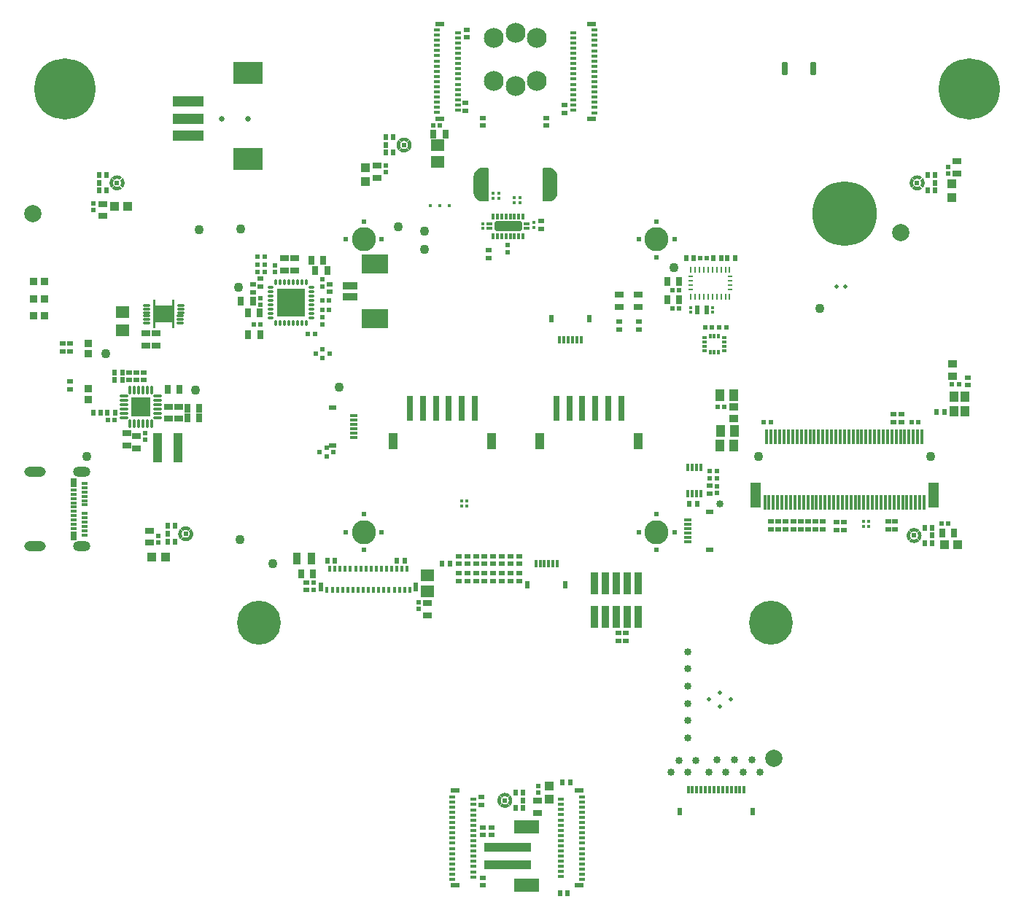
<source format=gbs>
G04*
G04 #@! TF.GenerationSoftware,Altium Limited,Altium Designer,23.5.1 (21)*
G04*
G04 Layer_Color=16711935*
%FSLAX44Y44*%
%MOMM*%
G71*
G04*
G04 #@! TF.SameCoordinates,796DE07C-666B-433A-AA3A-A7060A37A772*
G04*
G04*
G04 #@! TF.FilePolarity,Negative*
G04*
G01*
G75*
%ADD80R,0.6516X0.5516*%
%ADD81R,0.8016X1.0016*%
%ADD84R,0.5516X0.6516*%
G04:AMPARAMS|DCode=86|XSize=0.6516mm|YSize=1.6016mm|CornerRadius=0.1883mm|HoleSize=0mm|Usage=FLASHONLY|Rotation=0.000|XOffset=0mm|YOffset=0mm|HoleType=Round|Shape=RoundedRectangle|*
%AMROUNDEDRECTD86*
21,1,0.6516,1.2250,0,0,0.0*
21,1,0.2750,1.6016,0,0,0.0*
1,1,0.3766,0.1375,-0.6125*
1,1,0.3766,-0.1375,-0.6125*
1,1,0.3766,-0.1375,0.6125*
1,1,0.3766,0.1375,0.6125*
%
%ADD86ROUNDEDRECTD86*%
%ADD87R,0.6216X0.6216*%
%ADD88R,1.6016X1.4016*%
%ADD91R,0.9516X1.4016*%
%ADD94R,1.0016X0.8016*%
%ADD96C,1.1016*%
%ADD97R,0.6216X0.6216*%
%ADD108R,0.4000X0.9000*%
%ADD117C,0.8516*%
%ADD118R,0.4516X0.4516*%
%ADD120R,1.1016X1.0016*%
%ADD128C,2.0000*%
%ADD131R,0.4216X0.4616*%
%ADD133R,1.0516X1.4516*%
%ADD135C,0.5016*%
%ADD136C,0.4516*%
%ADD137O,0.5076X0.5080*%
%ADD138C,0.6016*%
%ADD139C,0.6516*%
%ADD140O,1.1016X0.8016*%
G04:AMPARAMS|DCode=141|XSize=1.7016mm|YSize=1.0016mm|CornerRadius=0mm|HoleSize=0mm|Usage=FLASHONLY|Rotation=45.000|XOffset=0mm|YOffset=0mm|HoleType=Round|Shape=Round|*
%AMOVALD141*
21,1,0.7000,1.0016,0.0000,0.0000,45.0*
1,1,1.0016,-0.2475,-0.2475*
1,1,1.0016,0.2475,0.2475*
%
%ADD141OVALD141*%

G04:AMPARAMS|DCode=142|XSize=1.7016mm|YSize=1.0016mm|CornerRadius=0mm|HoleSize=0mm|Usage=FLASHONLY|Rotation=315.000|XOffset=0mm|YOffset=0mm|HoleType=Round|Shape=Round|*
%AMOVALD142*
21,1,0.7000,1.0016,0.0000,0.0000,315.0*
1,1,1.0016,-0.2475,0.2475*
1,1,1.0016,0.2475,-0.2475*
%
%ADD142OVALD142*%

%ADD144O,2.0000X1.2000*%
%ADD145O,2.5000X1.2000*%
%ADD146C,2.3016*%
%ADD147C,7.5016*%
%ADD148C,7.1016*%
%ADD149C,5.1016*%
%ADD150C,0.5080*%
%ADD151C,0.6080*%
%ADD152C,0.6000*%
%ADD191R,0.8000X0.4000*%
%ADD194R,0.2500X0.6750*%
%ADD195R,0.5750X0.2500*%
%ADD196R,0.5000X1.0000*%
%ADD207R,5.5000X1.0000*%
%ADD208R,3.0000X1.6000*%
%ADD227R,1.1000X1.9000*%
%ADD228R,0.7000X2.9000*%
%ADD232C,1.7550*%
%ADD239R,0.9016X0.5016*%
%ADD240R,0.9016X0.4016*%
%ADD241R,0.5016X0.9016*%
%ADD242R,0.4016X0.9016*%
%ADD243R,0.9016X0.9016*%
G04:AMPARAMS|DCode=244|XSize=0.9416mm|YSize=0.3616mm|CornerRadius=0.0833mm|HoleSize=0mm|Usage=FLASHONLY|Rotation=270.000|XOffset=0mm|YOffset=0mm|HoleType=Round|Shape=RoundedRectangle|*
%AMROUNDEDRECTD244*
21,1,0.9416,0.1950,0,0,270.0*
21,1,0.7750,0.3616,0,0,270.0*
1,1,0.1666,-0.0975,-0.3875*
1,1,0.1666,-0.0975,0.3875*
1,1,0.1666,0.0975,0.3875*
1,1,0.1666,0.0975,-0.3875*
%
%ADD244ROUNDEDRECTD244*%
G04:AMPARAMS|DCode=245|XSize=0.9416mm|YSize=0.3616mm|CornerRadius=0.0833mm|HoleSize=0mm|Usage=FLASHONLY|Rotation=0.000|XOffset=0mm|YOffset=0mm|HoleType=Round|Shape=RoundedRectangle|*
%AMROUNDEDRECTD245*
21,1,0.9416,0.1950,0,0,0.0*
21,1,0.7750,0.3616,0,0,0.0*
1,1,0.1666,0.3875,-0.0975*
1,1,0.1666,-0.3875,-0.0975*
1,1,0.1666,-0.3875,0.0975*
1,1,0.1666,0.3875,0.0975*
%
%ADD245ROUNDEDRECTD245*%
%ADD246R,2.2016X2.2016*%
%ADD247R,0.6220X0.7000*%
%ADD248R,0.7500X0.4000*%
%ADD249R,1.0500X0.5000*%
%ADD250R,3.4016X2.5016*%
%ADD251R,3.6016X1.3016*%
G04:AMPARAMS|DCode=252|XSize=0.35mm|YSize=0.7mm|CornerRadius=0.1125mm|HoleSize=0mm|Usage=FLASHONLY|Rotation=0.000|XOffset=0mm|YOffset=0mm|HoleType=Round|Shape=RoundedRectangle|*
%AMROUNDEDRECTD252*
21,1,0.3500,0.4750,0,0,0.0*
21,1,0.1250,0.7000,0,0,0.0*
1,1,0.2250,0.0625,-0.2375*
1,1,0.2250,-0.0625,-0.2375*
1,1,0.2250,-0.0625,0.2375*
1,1,0.2250,0.0625,0.2375*
%
%ADD252ROUNDEDRECTD252*%
G04:AMPARAMS|DCode=253|XSize=0.35mm|YSize=0.7mm|CornerRadius=0.1125mm|HoleSize=0mm|Usage=FLASHONLY|Rotation=90.000|XOffset=0mm|YOffset=0mm|HoleType=Round|Shape=RoundedRectangle|*
%AMROUNDEDRECTD253*
21,1,0.3500,0.4750,0,0,90.0*
21,1,0.1250,0.7000,0,0,90.0*
1,1,0.2250,0.2375,0.0625*
1,1,0.2250,0.2375,-0.0625*
1,1,0.2250,-0.2375,-0.0625*
1,1,0.2250,-0.2375,0.0625*
%
%ADD253ROUNDEDRECTD253*%
%ADD254R,3.2000X3.2000*%
G04:AMPARAMS|DCode=255|XSize=0.39mm|YSize=0.74mm|CornerRadius=0.095mm|HoleSize=0mm|Usage=FLASHONLY|Rotation=0.000|XOffset=0mm|YOffset=0mm|HoleType=Round|Shape=RoundedRectangle|*
%AMROUNDEDRECTD255*
21,1,0.3900,0.5500,0,0,0.0*
21,1,0.2000,0.7400,0,0,0.0*
1,1,0.1900,0.1000,-0.2750*
1,1,0.1900,-0.1000,-0.2750*
1,1,0.1900,-0.1000,0.2750*
1,1,0.1900,0.1000,0.2750*
%
%ADD255ROUNDEDRECTD255*%
G04:AMPARAMS|DCode=256|XSize=1.14mm|YSize=3.14mm|CornerRadius=0.12mm|HoleSize=0mm|Usage=FLASHONLY|Rotation=90.000|XOffset=0mm|YOffset=0mm|HoleType=Round|Shape=RoundedRectangle|*
%AMROUNDEDRECTD256*
21,1,1.1400,2.9000,0,0,90.0*
21,1,0.9000,3.1400,0,0,90.0*
1,1,0.2400,1.4500,0.4500*
1,1,0.2400,1.4500,-0.4500*
1,1,0.2400,-1.4500,-0.4500*
1,1,0.2400,-1.4500,0.4500*
%
%ADD256ROUNDEDRECTD256*%
G04:AMPARAMS|DCode=257|XSize=0.39mm|YSize=0.74mm|CornerRadius=0.095mm|HoleSize=0mm|Usage=FLASHONLY|Rotation=90.000|XOffset=0mm|YOffset=0mm|HoleType=Round|Shape=RoundedRectangle|*
%AMROUNDEDRECTD257*
21,1,0.3900,0.5500,0,0,90.0*
21,1,0.2000,0.7400,0,0,90.0*
1,1,0.1900,0.2750,0.1000*
1,1,0.1900,0.2750,-0.1000*
1,1,0.1900,-0.2750,-0.1000*
1,1,0.1900,-0.2750,0.1000*
%
%ADD257ROUNDEDRECTD257*%
%ADD258R,0.5766X0.3516*%
%ADD259R,0.3516X0.5766*%
%ADD260R,1.7016X0.9016*%
%ADD261R,3.1016X2.2016*%
%ADD262R,1.1016X1.3016*%
%ADD263R,1.0016X1.1016*%
%ADD264R,0.5000X1.0500*%
%ADD265R,0.4000X0.7500*%
%ADD266R,0.8000X1.1000*%
%ADD267R,0.8616X2.5016*%
%ADD268R,0.9816X0.8216*%
%ADD269R,0.9016X0.9016*%
%ADD270O,0.9900X0.3400*%
%ADD271R,1.3016X2.8516*%
%ADD272R,0.4016X1.6516*%
%ADD273R,1.6016X1.3516*%
%ADD274R,1.0816X3.5016*%
%ADD275C,2.8000*%
G36*
X-129067Y367112D02*
X-128636Y367080D01*
X-128207Y367026D01*
X-127781Y366951D01*
X-127360Y366854D01*
X-126944Y366737D01*
X-126534Y366599D01*
X-126132Y366440D01*
X-125738Y366262D01*
X-125354Y366064D01*
X-124979Y365847D01*
X-124617Y365612D01*
X-124266Y365359D01*
X-123929Y365088D01*
X-123578Y364776D01*
X-126406Y361947D01*
X-126563Y362081D01*
X-126743Y362220D01*
X-126929Y362351D01*
X-127121Y362472D01*
X-127319Y362583D01*
X-127522Y362685D01*
X-127729Y362776D01*
X-127941Y362858D01*
X-128157Y362929D01*
X-128376Y362989D01*
X-128597Y363038D01*
X-128821Y363077D01*
X-129046Y363105D01*
X-129273Y363121D01*
X-129500Y363127D01*
X-129727Y363121D01*
X-129953Y363105D01*
X-130178Y363077D01*
X-130402Y363038D01*
X-130624Y362989D01*
X-130843Y362929D01*
X-131058Y362858D01*
X-131270Y362776D01*
X-131478Y362685D01*
X-131681Y362583D01*
X-131879Y362472D01*
X-132071Y362351D01*
X-132257Y362220D01*
X-132436Y362081D01*
X-132593Y361947D01*
X-135422Y364776D01*
X-135071Y365088D01*
X-134733Y365359D01*
X-134383Y365612D01*
X-134020Y365847D01*
X-133646Y366064D01*
X-133261Y366262D01*
X-132867Y366440D01*
X-132465Y366599D01*
X-132056Y366737D01*
X-131639Y366854D01*
X-131218Y366951D01*
X-130792Y367026D01*
X-130363Y367080D01*
X-129932Y367112D01*
X-129500Y367123D01*
X-129067Y367112D01*
D02*
G37*
G36*
X-123578Y352224D02*
X-123929Y351912D01*
X-124266Y351641D01*
X-124617Y351388D01*
X-124979Y351153D01*
X-125354Y350936D01*
X-125738Y350738D01*
X-126132Y350560D01*
X-126534Y350401D01*
X-126944Y350263D01*
X-127360Y350146D01*
X-127781Y350049D01*
X-128207Y349974D01*
X-128636Y349920D01*
X-129067Y349888D01*
X-129500Y349877D01*
X-129932Y349888D01*
X-130363Y349920D01*
X-130792Y349974D01*
X-131218Y350049D01*
X-131639Y350146D01*
X-132056Y350263D01*
X-132465Y350401D01*
X-132867Y350560D01*
X-133261Y350738D01*
X-133646Y350936D01*
X-134020Y351153D01*
X-134383Y351388D01*
X-134733Y351641D01*
X-135071Y351912D01*
X-135422Y352224D01*
X-132593Y355053D01*
X-132436Y354919D01*
X-132257Y354780D01*
X-132071Y354649D01*
X-131879Y354528D01*
X-131681Y354417D01*
X-131478Y354315D01*
X-131270Y354224D01*
X-131058Y354142D01*
X-130843Y354071D01*
X-130624Y354011D01*
X-130402Y353961D01*
X-130178Y353923D01*
X-129953Y353895D01*
X-129727Y353879D01*
X-129500Y353873D01*
X-129273Y353879D01*
X-129046Y353895D01*
X-128821Y353923D01*
X-128597Y353961D01*
X-128376Y354011D01*
X-128157Y354071D01*
X-127941Y354142D01*
X-127729Y354224D01*
X-127522Y354315D01*
X-127319Y354417D01*
X-127121Y354528D01*
X-126929Y354649D01*
X-126743Y354780D01*
X-126563Y354919D01*
X-126406Y355053D01*
X-123578Y352224D01*
D02*
G37*
G36*
X-122911Y364071D02*
X-122641Y363733D01*
X-122388Y363383D01*
X-122153Y363020D01*
X-121936Y362646D01*
X-121738Y362262D01*
X-121560Y361868D01*
X-121401Y361465D01*
X-121263Y361056D01*
X-121145Y360640D01*
X-121049Y360218D01*
X-120974Y359792D01*
X-120920Y359363D01*
X-120887Y358932D01*
X-120876Y358500D01*
X-120887Y358068D01*
X-120920Y357636D01*
X-120974Y357207D01*
X-121049Y356782D01*
X-121145Y356360D01*
X-121263Y355944D01*
X-121401Y355535D01*
X-121560Y355132D01*
X-121738Y354738D01*
X-121936Y354354D01*
X-122153Y353980D01*
X-122388Y353617D01*
X-122641Y353266D01*
X-122911Y352929D01*
X-123224Y352578D01*
X-126053Y355406D01*
X-125918Y355564D01*
X-125779Y355743D01*
X-125649Y355929D01*
X-125528Y356121D01*
X-125417Y356319D01*
X-125315Y356522D01*
X-125223Y356730D01*
X-125142Y356941D01*
X-125071Y357157D01*
X-125011Y357376D01*
X-124961Y357598D01*
X-124923Y357821D01*
X-124895Y358047D01*
X-124878Y358273D01*
X-124873Y358500D01*
X-124878Y358727D01*
X-124895Y358953D01*
X-124923Y359179D01*
X-124961Y359402D01*
X-125011Y359624D01*
X-125071Y359843D01*
X-125142Y360058D01*
X-125223Y360270D01*
X-125315Y360478D01*
X-125417Y360681D01*
X-125528Y360879D01*
X-125649Y361071D01*
X-125779Y361257D01*
X-125918Y361436D01*
X-126053Y361594D01*
X-123224Y364422D01*
X-122911Y364071D01*
D02*
G37*
G36*
X-132947Y361594D02*
X-133081Y361436D01*
X-133220Y361257D01*
X-133350Y361071D01*
X-133471Y360879D01*
X-133583Y360681D01*
X-133684Y360478D01*
X-133776Y360270D01*
X-133857Y360058D01*
X-133928Y359843D01*
X-133989Y359624D01*
X-134038Y359402D01*
X-134077Y359179D01*
X-134104Y358953D01*
X-134121Y358727D01*
X-134127Y358500D01*
X-134121Y358273D01*
X-134104Y358047D01*
X-134077Y357821D01*
X-134038Y357598D01*
X-133989Y357376D01*
X-133928Y357157D01*
X-133857Y356941D01*
X-133776Y356730D01*
X-133684Y356522D01*
X-133583Y356319D01*
X-133471Y356121D01*
X-133350Y355929D01*
X-133220Y355743D01*
X-133081Y355564D01*
X-132947Y355406D01*
X-135775Y352578D01*
X-136088Y352929D01*
X-136358Y353266D01*
X-136611Y353617D01*
X-136847Y353980D01*
X-137064Y354354D01*
X-137261Y354738D01*
X-137440Y355132D01*
X-137598Y355535D01*
X-137736Y355944D01*
X-137854Y356360D01*
X-137950Y356782D01*
X-138026Y357207D01*
X-138080Y357636D01*
X-138112Y358068D01*
X-138123Y358500D01*
X-138112Y358932D01*
X-138080Y359363D01*
X-138026Y359792D01*
X-137950Y360218D01*
X-137854Y360640D01*
X-137736Y361056D01*
X-137598Y361465D01*
X-137440Y361868D01*
X-137261Y362262D01*
X-137064Y362646D01*
X-136847Y363020D01*
X-136611Y363383D01*
X-136358Y363733D01*
X-136088Y364071D01*
X-135775Y364422D01*
X-132947Y361594D01*
D02*
G37*
G36*
X466582Y323199D02*
X467014Y323167D01*
X467443Y323113D01*
X467868Y323038D01*
X468290Y322941D01*
X468706Y322824D01*
X469116Y322686D01*
X469518Y322527D01*
X469912Y322349D01*
X470296Y322151D01*
X470670Y321934D01*
X471033Y321699D01*
X471384Y321446D01*
X471721Y321175D01*
X472072Y320863D01*
X469244Y318034D01*
X469086Y318168D01*
X468907Y318307D01*
X468721Y318438D01*
X468529Y318559D01*
X468331Y318670D01*
X468128Y318772D01*
X467920Y318863D01*
X467709Y318945D01*
X467493Y319016D01*
X467274Y319076D01*
X467052Y319125D01*
X466829Y319164D01*
X466604Y319192D01*
X466377Y319208D01*
X466150Y319214D01*
X465923Y319208D01*
X465697Y319192D01*
X465471Y319164D01*
X465248Y319125D01*
X465026Y319076D01*
X464807Y319016D01*
X464592Y318945D01*
X464380Y318863D01*
X464172Y318772D01*
X463969Y318670D01*
X463771Y318559D01*
X463579Y318438D01*
X463393Y318307D01*
X463214Y318168D01*
X463057Y318034D01*
X460228Y320863D01*
X460579Y321175D01*
X460917Y321446D01*
X461267Y321699D01*
X461630Y321934D01*
X462004Y322151D01*
X462388Y322349D01*
X462782Y322527D01*
X463185Y322686D01*
X463594Y322824D01*
X464011Y322941D01*
X464432Y323038D01*
X464858Y323113D01*
X465287Y323167D01*
X465718Y323199D01*
X466150Y323210D01*
X466582Y323199D01*
D02*
G37*
G36*
X-462218Y323199D02*
X-461787Y323166D01*
X-461358Y323112D01*
X-460932Y323037D01*
X-460510Y322941D01*
X-460094Y322823D01*
X-459685Y322685D01*
X-459282Y322527D01*
X-458888Y322348D01*
X-458504Y322150D01*
X-458130Y321933D01*
X-457767Y321698D01*
X-457417Y321445D01*
X-457079Y321175D01*
X-456728Y320862D01*
X-459557Y318034D01*
X-459714Y318168D01*
X-459893Y318307D01*
X-460079Y318437D01*
X-460271Y318558D01*
X-460469Y318669D01*
X-460672Y318771D01*
X-460880Y318863D01*
X-461092Y318944D01*
X-461307Y319015D01*
X-461526Y319075D01*
X-461748Y319125D01*
X-461971Y319163D01*
X-462197Y319191D01*
X-462423Y319208D01*
X-462650Y319213D01*
X-462877Y319208D01*
X-463103Y319191D01*
X-463329Y319163D01*
X-463552Y319125D01*
X-463774Y319075D01*
X-463993Y319015D01*
X-464208Y318944D01*
X-464421Y318863D01*
X-464628Y318771D01*
X-464831Y318669D01*
X-465029Y318558D01*
X-465221Y318437D01*
X-465407Y318307D01*
X-465586Y318168D01*
X-465744Y318034D01*
X-468572Y320862D01*
X-468221Y321175D01*
X-467884Y321445D01*
X-467533Y321698D01*
X-467170Y321933D01*
X-466796Y322150D01*
X-466412Y322348D01*
X-466018Y322527D01*
X-465616Y322685D01*
X-465206Y322823D01*
X-464790Y322941D01*
X-464368Y323037D01*
X-463942Y323112D01*
X-463513Y323166D01*
X-463082Y323199D01*
X-462650Y323210D01*
X-462218Y323199D01*
D02*
G37*
G36*
X472072Y308311D02*
X471721Y307999D01*
X471384Y307728D01*
X471033Y307475D01*
X470670Y307240D01*
X470296Y307023D01*
X469912Y306825D01*
X469518Y306647D01*
X469116Y306488D01*
X468706Y306350D01*
X468290Y306233D01*
X467868Y306136D01*
X467443Y306061D01*
X467014Y306007D01*
X466582Y305975D01*
X466150Y305964D01*
X465718Y305975D01*
X465287Y306007D01*
X464858Y306061D01*
X464432Y306136D01*
X464011Y306233D01*
X463594Y306350D01*
X463185Y306488D01*
X462782Y306647D01*
X462388Y306825D01*
X462004Y307023D01*
X461630Y307240D01*
X461267Y307475D01*
X460917Y307728D01*
X460579Y307999D01*
X460228Y308311D01*
X463057Y311140D01*
X463214Y311006D01*
X463393Y310866D01*
X463579Y310736D01*
X463771Y310615D01*
X463969Y310504D01*
X464172Y310402D01*
X464380Y310311D01*
X464592Y310229D01*
X464807Y310158D01*
X465026Y310098D01*
X465248Y310049D01*
X465471Y310010D01*
X465697Y309982D01*
X465923Y309965D01*
X466150Y309960D01*
X466377Y309965D01*
X466604Y309982D01*
X466829Y310010D01*
X467052Y310049D01*
X467274Y310098D01*
X467493Y310158D01*
X467709Y310229D01*
X467920Y310311D01*
X468128Y310402D01*
X468331Y310504D01*
X468529Y310615D01*
X468721Y310736D01*
X468907Y310866D01*
X469086Y311006D01*
X469244Y311140D01*
X472072Y308311D01*
D02*
G37*
G36*
X-456728Y308311D02*
X-457079Y307998D01*
X-457417Y307728D01*
X-457767Y307475D01*
X-458130Y307239D01*
X-458504Y307023D01*
X-458888Y306825D01*
X-459282Y306646D01*
X-459685Y306488D01*
X-460094Y306350D01*
X-460510Y306232D01*
X-460932Y306136D01*
X-461358Y306060D01*
X-461787Y306006D01*
X-462218Y305974D01*
X-462650Y305963D01*
X-463082Y305974D01*
X-463513Y306006D01*
X-463942Y306060D01*
X-464368Y306136D01*
X-464790Y306232D01*
X-465206Y306350D01*
X-465616Y306488D01*
X-466018Y306646D01*
X-466412Y306825D01*
X-466796Y307023D01*
X-467170Y307239D01*
X-467533Y307475D01*
X-467884Y307728D01*
X-468221Y307998D01*
X-468572Y308311D01*
X-465744Y311139D01*
X-465586Y311005D01*
X-465407Y310866D01*
X-465221Y310736D01*
X-465029Y310615D01*
X-464831Y310503D01*
X-464628Y310402D01*
X-464421Y310310D01*
X-464208Y310229D01*
X-463993Y310158D01*
X-463774Y310098D01*
X-463552Y310048D01*
X-463329Y310009D01*
X-463103Y309982D01*
X-462877Y309965D01*
X-462650Y309960D01*
X-462423Y309965D01*
X-462197Y309982D01*
X-461971Y310009D01*
X-461748Y310048D01*
X-461526Y310098D01*
X-461307Y310158D01*
X-461092Y310229D01*
X-460880Y310310D01*
X-460672Y310402D01*
X-460469Y310503D01*
X-460271Y310615D01*
X-460079Y310736D01*
X-459893Y310866D01*
X-459714Y311005D01*
X-459557Y311139D01*
X-456728Y308311D01*
D02*
G37*
G36*
X472738Y320158D02*
X473009Y319820D01*
X473262Y319470D01*
X473497Y319107D01*
X473714Y318733D01*
X473912Y318349D01*
X474090Y317955D01*
X474249Y317552D01*
X474387Y317143D01*
X474504Y316727D01*
X474601Y316305D01*
X474676Y315879D01*
X474730Y315450D01*
X474763Y315019D01*
X474773Y314587D01*
X474763Y314155D01*
X474730Y313724D01*
X474676Y313295D01*
X474601Y312869D01*
X474504Y312447D01*
X474387Y312031D01*
X474249Y311621D01*
X474090Y311219D01*
X473912Y310825D01*
X473714Y310441D01*
X473497Y310067D01*
X473262Y309704D01*
X473009Y309353D01*
X472738Y309016D01*
X472426Y308665D01*
X469597Y311493D01*
X469731Y311651D01*
X469871Y311830D01*
X470001Y312016D01*
X470122Y312208D01*
X470233Y312406D01*
X470335Y312609D01*
X470426Y312817D01*
X470508Y313029D01*
X470579Y313244D01*
X470639Y313463D01*
X470689Y313685D01*
X470727Y313908D01*
X470755Y314134D01*
X470771Y314360D01*
X470777Y314587D01*
X470771Y314814D01*
X470755Y315040D01*
X470727Y315266D01*
X470689Y315489D01*
X470639Y315711D01*
X470579Y315930D01*
X470508Y316145D01*
X470426Y316357D01*
X470335Y316565D01*
X470233Y316768D01*
X470122Y316966D01*
X470001Y317158D01*
X469871Y317344D01*
X469731Y317523D01*
X469597Y317680D01*
X472426Y320509D01*
X472738Y320158D01*
D02*
G37*
G36*
X462703Y317680D02*
X462569Y317523D01*
X462430Y317344D01*
X462299Y317158D01*
X462178Y316966D01*
X462067Y316768D01*
X461965Y316565D01*
X461874Y316357D01*
X461792Y316145D01*
X461722Y315930D01*
X461661Y315711D01*
X461612Y315489D01*
X461573Y315266D01*
X461545Y315040D01*
X461529Y314814D01*
X461523Y314587D01*
X461529Y314360D01*
X461545Y314134D01*
X461573Y313908D01*
X461612Y313685D01*
X461661Y313463D01*
X461722Y313244D01*
X461792Y313029D01*
X461874Y312817D01*
X461965Y312609D01*
X462067Y312406D01*
X462178Y312208D01*
X462299Y312016D01*
X462430Y311830D01*
X462569Y311651D01*
X462703Y311493D01*
X459875Y308665D01*
X459562Y309016D01*
X459291Y309353D01*
X459038Y309704D01*
X458803Y310067D01*
X458586Y310441D01*
X458388Y310825D01*
X458210Y311219D01*
X458052Y311621D01*
X457913Y312031D01*
X457796Y312447D01*
X457699Y312869D01*
X457624Y313295D01*
X457570Y313724D01*
X457538Y314155D01*
X457527Y314587D01*
X457538Y315019D01*
X457570Y315450D01*
X457624Y315879D01*
X457699Y316305D01*
X457796Y316727D01*
X457913Y317143D01*
X458052Y317552D01*
X458210Y317955D01*
X458388Y318349D01*
X458586Y318733D01*
X458803Y319107D01*
X459038Y319470D01*
X459291Y319820D01*
X459562Y320158D01*
X459875Y320509D01*
X462703Y317680D01*
D02*
G37*
G36*
X-456062Y320157D02*
X-455792Y319820D01*
X-455538Y319469D01*
X-455303Y319107D01*
X-455086Y318733D01*
X-454888Y318348D01*
X-454710Y317954D01*
X-454552Y317552D01*
X-454413Y317142D01*
X-454296Y316726D01*
X-454199Y316305D01*
X-454124Y315879D01*
X-454070Y315450D01*
X-454038Y315019D01*
X-454027Y314586D01*
X-454038Y314154D01*
X-454070Y313723D01*
X-454124Y313294D01*
X-454199Y312868D01*
X-454296Y312447D01*
X-454413Y312031D01*
X-454552Y311621D01*
X-454710Y311219D01*
X-454888Y310825D01*
X-455086Y310440D01*
X-455303Y310066D01*
X-455538Y309704D01*
X-455792Y309353D01*
X-456062Y309016D01*
X-456375Y308664D01*
X-459203Y311493D01*
X-459069Y311650D01*
X-458930Y311829D01*
X-458799Y312015D01*
X-458679Y312208D01*
X-458567Y312405D01*
X-458465Y312608D01*
X-458374Y312816D01*
X-458292Y313028D01*
X-458222Y313244D01*
X-458161Y313463D01*
X-458112Y313684D01*
X-458073Y313908D01*
X-458045Y314133D01*
X-458029Y314359D01*
X-458023Y314586D01*
X-458029Y314813D01*
X-458045Y315040D01*
X-458073Y315265D01*
X-458112Y315489D01*
X-458161Y315710D01*
X-458222Y315929D01*
X-458292Y316145D01*
X-458374Y316357D01*
X-458465Y316565D01*
X-458567Y316768D01*
X-458679Y316965D01*
X-458799Y317157D01*
X-458930Y317343D01*
X-459069Y317523D01*
X-459203Y317680D01*
X-456375Y320508D01*
X-456062Y320157D01*
D02*
G37*
G36*
X-466097Y317680D02*
X-466231Y317523D01*
X-466371Y317343D01*
X-466501Y317157D01*
X-466622Y316965D01*
X-466733Y316768D01*
X-466835Y316565D01*
X-466926Y316357D01*
X-467008Y316145D01*
X-467079Y315929D01*
X-467139Y315710D01*
X-467188Y315489D01*
X-467227Y315265D01*
X-467255Y315040D01*
X-467271Y314813D01*
X-467277Y314586D01*
X-467271Y314359D01*
X-467255Y314133D01*
X-467227Y313908D01*
X-467188Y313684D01*
X-467139Y313463D01*
X-467079Y313244D01*
X-467008Y313028D01*
X-466926Y312816D01*
X-466835Y312608D01*
X-466733Y312405D01*
X-466622Y312208D01*
X-466501Y312015D01*
X-466371Y311829D01*
X-466231Y311650D01*
X-466097Y311493D01*
X-468926Y308664D01*
X-469238Y309016D01*
X-469509Y309353D01*
X-469762Y309704D01*
X-469997Y310066D01*
X-470214Y310440D01*
X-470412Y310825D01*
X-470590Y311219D01*
X-470749Y311621D01*
X-470887Y312031D01*
X-471004Y312447D01*
X-471101Y312868D01*
X-471176Y313294D01*
X-471230Y313723D01*
X-471263Y314154D01*
X-471273Y314586D01*
X-471263Y315019D01*
X-471230Y315450D01*
X-471176Y315879D01*
X-471101Y316305D01*
X-471004Y316726D01*
X-470887Y317142D01*
X-470749Y317552D01*
X-470590Y317954D01*
X-470412Y318348D01*
X-470214Y318733D01*
X-469997Y319107D01*
X-469762Y319469D01*
X-469509Y319820D01*
X-469238Y320157D01*
X-468926Y320508D01*
X-466097Y317680D01*
D02*
G37*
G36*
X38326Y332285D02*
X38900Y332240D01*
X39471Y332165D01*
X40037Y332060D01*
X40597Y331925D01*
X41149Y331762D01*
X41692Y331569D01*
X42224Y331349D01*
X42744Y331101D01*
X43250Y330826D01*
X43741Y330525D01*
X44216Y330199D01*
X44672Y329849D01*
X45110Y329475D01*
X45528Y329078D01*
X45925Y328660D01*
X46299Y328223D01*
X46649Y327766D01*
X46975Y327291D01*
X47276Y326800D01*
X47551Y326294D01*
X47799Y325774D01*
X48019Y325242D01*
X48212Y324699D01*
X48375Y324147D01*
X48510Y323587D01*
X48615Y323021D01*
X48690Y322450D01*
X48735Y321876D01*
X48750Y321300D01*
Y303800D01*
X48735Y303224D01*
X48690Y302650D01*
X48615Y302079D01*
X48510Y301513D01*
X48375Y300953D01*
X48212Y300401D01*
X48019Y299858D01*
X47799Y299326D01*
X47551Y298806D01*
X47276Y298300D01*
X46975Y297809D01*
X46649Y297334D01*
X46299Y296877D01*
X45925Y296440D01*
X45528Y296022D01*
X45110Y295625D01*
X44672Y295251D01*
X44216Y294901D01*
X43741Y294575D01*
X43250Y294274D01*
X42744Y293999D01*
X42224Y293751D01*
X41692Y293531D01*
X41149Y293338D01*
X40597Y293175D01*
X40037Y293040D01*
X39471Y292935D01*
X38900Y292860D01*
X38326Y292815D01*
X37750Y292800D01*
X33250D01*
X33145Y292803D01*
X33041Y292811D01*
X32937Y292825D01*
X32834Y292844D01*
X32732Y292868D01*
X32632Y292898D01*
X32533Y292933D01*
X32436Y292973D01*
X32342Y293018D01*
X32250Y293068D01*
X32161Y293123D01*
X32074Y293182D01*
X31991Y293246D01*
X31912Y293314D01*
X31836Y293386D01*
X31764Y293462D01*
X31696Y293541D01*
X31632Y293624D01*
X31573Y293711D01*
X31518Y293800D01*
X31468Y293892D01*
X31423Y293986D01*
X31383Y294083D01*
X31348Y294182D01*
X31318Y294282D01*
X31294Y294384D01*
X31275Y294487D01*
X31261Y294591D01*
X31253Y294695D01*
X31250Y294800D01*
Y330300D01*
X31253Y330405D01*
X31261Y330509D01*
X31275Y330613D01*
X31294Y330716D01*
X31318Y330818D01*
X31348Y330918D01*
X31383Y331017D01*
X31423Y331114D01*
X31468Y331208D01*
X31518Y331300D01*
X31573Y331389D01*
X31632Y331476D01*
X31696Y331559D01*
X31764Y331638D01*
X31836Y331714D01*
X31912Y331786D01*
X31991Y331854D01*
X32074Y331918D01*
X32161Y331977D01*
X32250Y332032D01*
X32342Y332082D01*
X32436Y332127D01*
X32533Y332167D01*
X32632Y332202D01*
X32732Y332232D01*
X32834Y332256D01*
X32937Y332275D01*
X33041Y332289D01*
X33145Y332297D01*
X33250Y332300D01*
X37750D01*
X38326Y332285D01*
D02*
G37*
G36*
X-33145Y332297D02*
X-33041Y332289D01*
X-32937Y332275D01*
X-32834Y332256D01*
X-32732Y332232D01*
X-32632Y332202D01*
X-32533Y332167D01*
X-32436Y332127D01*
X-32342Y332082D01*
X-32250Y332032D01*
X-32161Y331977D01*
X-32074Y331918D01*
X-31991Y331854D01*
X-31912Y331786D01*
X-31836Y331714D01*
X-31764Y331638D01*
X-31696Y331559D01*
X-31632Y331476D01*
X-31573Y331389D01*
X-31518Y331300D01*
X-31468Y331208D01*
X-31423Y331114D01*
X-31383Y331017D01*
X-31348Y330918D01*
X-31318Y330818D01*
X-31294Y330716D01*
X-31275Y330613D01*
X-31261Y330509D01*
X-31253Y330405D01*
X-31250Y330300D01*
Y294800D01*
X-31253Y294695D01*
X-31261Y294591D01*
X-31275Y294487D01*
X-31294Y294384D01*
X-31318Y294282D01*
X-31348Y294182D01*
X-31383Y294083D01*
X-31423Y293986D01*
X-31468Y293892D01*
X-31518Y293800D01*
X-31573Y293711D01*
X-31632Y293624D01*
X-31696Y293541D01*
X-31764Y293462D01*
X-31836Y293386D01*
X-31912Y293314D01*
X-31991Y293246D01*
X-32074Y293182D01*
X-32161Y293123D01*
X-32250Y293068D01*
X-32342Y293018D01*
X-32436Y292973D01*
X-32533Y292933D01*
X-32632Y292898D01*
X-32732Y292868D01*
X-32834Y292844D01*
X-32937Y292825D01*
X-33041Y292811D01*
X-33145Y292803D01*
X-33250Y292800D01*
X-37750D01*
X-38326Y292815D01*
X-38900Y292860D01*
X-39471Y292935D01*
X-40037Y293040D01*
X-40597Y293175D01*
X-41149Y293338D01*
X-41692Y293531D01*
X-42224Y293751D01*
X-42744Y293999D01*
X-43250Y294274D01*
X-43741Y294575D01*
X-44216Y294901D01*
X-44672Y295251D01*
X-45110Y295625D01*
X-45528Y296022D01*
X-45925Y296440D01*
X-46299Y296877D01*
X-46649Y297334D01*
X-46975Y297809D01*
X-47276Y298300D01*
X-47551Y298806D01*
X-47799Y299326D01*
X-48019Y299858D01*
X-48212Y300401D01*
X-48375Y300953D01*
X-48510Y301513D01*
X-48615Y302079D01*
X-48690Y302650D01*
X-48735Y303224D01*
X-48750Y303800D01*
Y321300D01*
X-48735Y321876D01*
X-48690Y322450D01*
X-48615Y323021D01*
X-48510Y323587D01*
X-48375Y324147D01*
X-48212Y324699D01*
X-48019Y325242D01*
X-47799Y325774D01*
X-47551Y326294D01*
X-47276Y326800D01*
X-46975Y327291D01*
X-46649Y327766D01*
X-46299Y328223D01*
X-45925Y328660D01*
X-45528Y329078D01*
X-45110Y329475D01*
X-44672Y329849D01*
X-44216Y330199D01*
X-43741Y330525D01*
X-43250Y330826D01*
X-42744Y331101D01*
X-42224Y331349D01*
X-41692Y331569D01*
X-41149Y331762D01*
X-40597Y331925D01*
X-40037Y332060D01*
X-39471Y332165D01*
X-38900Y332240D01*
X-38326Y332285D01*
X-37750Y332300D01*
X-33250D01*
X-33145Y332297D01*
D02*
G37*
G36*
X-396500Y145500D02*
X-399000D01*
Y152250D01*
X-418500D01*
Y145500D01*
X-421000D01*
Y178500D01*
X-418500D01*
Y171750D01*
X-399000D01*
Y178500D01*
X-396500D01*
Y145500D01*
D02*
G37*
G36*
X-382568Y-84388D02*
X-382137Y-84420D01*
X-381708Y-84474D01*
X-381282Y-84549D01*
X-380860Y-84646D01*
X-380444Y-84763D01*
X-380034Y-84901D01*
X-379632Y-85060D01*
X-379238Y-85238D01*
X-378854Y-85436D01*
X-378480Y-85653D01*
X-378117Y-85888D01*
X-377766Y-86141D01*
X-377429Y-86412D01*
X-377078Y-86724D01*
X-379906Y-89553D01*
X-380064Y-89419D01*
X-380243Y-89279D01*
X-380429Y-89149D01*
X-380621Y-89028D01*
X-380819Y-88917D01*
X-381022Y-88815D01*
X-381230Y-88724D01*
X-381441Y-88642D01*
X-381657Y-88571D01*
X-381876Y-88511D01*
X-382098Y-88462D01*
X-382321Y-88423D01*
X-382547Y-88395D01*
X-382773Y-88379D01*
X-383000Y-88373D01*
X-383227Y-88379D01*
X-383453Y-88395D01*
X-383679Y-88423D01*
X-383902Y-88462D01*
X-384124Y-88511D01*
X-384343Y-88571D01*
X-384558Y-88642D01*
X-384770Y-88724D01*
X-384978Y-88815D01*
X-385181Y-88917D01*
X-385379Y-89028D01*
X-385571Y-89149D01*
X-385757Y-89279D01*
X-385936Y-89419D01*
X-386094Y-89553D01*
X-388922Y-86724D01*
X-388571Y-86412D01*
X-388233Y-86141D01*
X-387883Y-85888D01*
X-387520Y-85653D01*
X-387146Y-85436D01*
X-386762Y-85238D01*
X-386368Y-85060D01*
X-385965Y-84901D01*
X-385556Y-84763D01*
X-385140Y-84646D01*
X-384718Y-84549D01*
X-384292Y-84474D01*
X-383863Y-84420D01*
X-383432Y-84388D01*
X-383000Y-84377D01*
X-382568Y-84388D01*
D02*
G37*
G36*
X463082Y-86388D02*
X463513Y-86420D01*
X463942Y-86474D01*
X464368Y-86549D01*
X464790Y-86646D01*
X465206Y-86763D01*
X465616Y-86901D01*
X466018Y-87060D01*
X466412Y-87238D01*
X466796Y-87436D01*
X467170Y-87653D01*
X467533Y-87888D01*
X467883Y-88141D01*
X468221Y-88412D01*
X468572Y-88724D01*
X465743Y-91553D01*
X465586Y-91419D01*
X465407Y-91279D01*
X465221Y-91149D01*
X465029Y-91028D01*
X464831Y-90917D01*
X464628Y-90815D01*
X464420Y-90724D01*
X464208Y-90642D01*
X463993Y-90571D01*
X463774Y-90511D01*
X463552Y-90462D01*
X463329Y-90423D01*
X463103Y-90395D01*
X462877Y-90379D01*
X462650Y-90373D01*
X462423Y-90379D01*
X462197Y-90395D01*
X461971Y-90423D01*
X461748Y-90462D01*
X461526Y-90511D01*
X461307Y-90571D01*
X461091Y-90642D01*
X460880Y-90724D01*
X460672Y-90815D01*
X460469Y-90917D01*
X460271Y-91028D01*
X460079Y-91149D01*
X459893Y-91279D01*
X459714Y-91419D01*
X459556Y-91553D01*
X456728Y-88724D01*
X457079Y-88412D01*
X457416Y-88141D01*
X457767Y-87888D01*
X458130Y-87653D01*
X458504Y-87436D01*
X458888Y-87238D01*
X459282Y-87060D01*
X459684Y-86901D01*
X460094Y-86763D01*
X460510Y-86646D01*
X460932Y-86549D01*
X461358Y-86474D01*
X461787Y-86420D01*
X462218Y-86388D01*
X462650Y-86377D01*
X463082Y-86388D01*
D02*
G37*
G36*
X-377078Y-99276D02*
X-377429Y-99588D01*
X-377766Y-99859D01*
X-378117Y-100112D01*
X-378480Y-100347D01*
X-378854Y-100564D01*
X-379238Y-100762D01*
X-379632Y-100940D01*
X-380034Y-101099D01*
X-380444Y-101237D01*
X-380860Y-101354D01*
X-381282Y-101451D01*
X-381708Y-101526D01*
X-382137Y-101580D01*
X-382568Y-101612D01*
X-383000Y-101623D01*
X-383432Y-101612D01*
X-383863Y-101580D01*
X-384292Y-101526D01*
X-384718Y-101451D01*
X-385140Y-101354D01*
X-385556Y-101237D01*
X-385965Y-101099D01*
X-386368Y-100940D01*
X-386762Y-100762D01*
X-387146Y-100564D01*
X-387520Y-100347D01*
X-387883Y-100112D01*
X-388233Y-99859D01*
X-388571Y-99588D01*
X-388922Y-99276D01*
X-386094Y-96447D01*
X-385936Y-96581D01*
X-385757Y-96721D01*
X-385571Y-96851D01*
X-385379Y-96972D01*
X-385181Y-97083D01*
X-384978Y-97185D01*
X-384770Y-97276D01*
X-384558Y-97358D01*
X-384343Y-97429D01*
X-384124Y-97489D01*
X-383902Y-97538D01*
X-383679Y-97577D01*
X-383453Y-97605D01*
X-383227Y-97621D01*
X-383000Y-97627D01*
X-382773Y-97621D01*
X-382547Y-97605D01*
X-382321Y-97577D01*
X-382098Y-97538D01*
X-381876Y-97489D01*
X-381657Y-97429D01*
X-381441Y-97358D01*
X-381230Y-97276D01*
X-381022Y-97185D01*
X-380819Y-97083D01*
X-380621Y-96972D01*
X-380429Y-96851D01*
X-380243Y-96721D01*
X-380064Y-96581D01*
X-379906Y-96447D01*
X-377078Y-99276D01*
D02*
G37*
G36*
X-376412Y-87429D02*
X-376141Y-87767D01*
X-375888Y-88117D01*
X-375653Y-88480D01*
X-375436Y-88854D01*
X-375238Y-89238D01*
X-375060Y-89632D01*
X-374901Y-90035D01*
X-374763Y-90444D01*
X-374646Y-90860D01*
X-374549Y-91282D01*
X-374474Y-91708D01*
X-374420Y-92137D01*
X-374388Y-92568D01*
X-374377Y-93000D01*
X-374388Y-93432D01*
X-374420Y-93863D01*
X-374474Y-94292D01*
X-374549Y-94718D01*
X-374646Y-95140D01*
X-374763Y-95556D01*
X-374901Y-95965D01*
X-375060Y-96368D01*
X-375238Y-96762D01*
X-375436Y-97146D01*
X-375653Y-97520D01*
X-375888Y-97883D01*
X-376141Y-98233D01*
X-376412Y-98571D01*
X-376724Y-98922D01*
X-379553Y-96094D01*
X-379419Y-95936D01*
X-379280Y-95757D01*
X-379149Y-95571D01*
X-379028Y-95379D01*
X-378917Y-95181D01*
X-378815Y-94978D01*
X-378724Y-94770D01*
X-378642Y-94558D01*
X-378571Y-94343D01*
X-378511Y-94124D01*
X-378462Y-93902D01*
X-378423Y-93679D01*
X-378395Y-93453D01*
X-378379Y-93227D01*
X-378373Y-93000D01*
X-378379Y-92773D01*
X-378395Y-92547D01*
X-378423Y-92321D01*
X-378462Y-92098D01*
X-378511Y-91876D01*
X-378571Y-91657D01*
X-378642Y-91441D01*
X-378724Y-91230D01*
X-378815Y-91022D01*
X-378917Y-90819D01*
X-379028Y-90621D01*
X-379149Y-90429D01*
X-379280Y-90243D01*
X-379419Y-90064D01*
X-379553Y-89906D01*
X-376724Y-87078D01*
X-376412Y-87429D01*
D02*
G37*
G36*
X-386447Y-89906D02*
X-386581Y-90064D01*
X-386721Y-90243D01*
X-386851Y-90429D01*
X-386972Y-90621D01*
X-387083Y-90819D01*
X-387185Y-91022D01*
X-387276Y-91230D01*
X-387358Y-91441D01*
X-387429Y-91657D01*
X-387489Y-91876D01*
X-387538Y-92098D01*
X-387577Y-92321D01*
X-387605Y-92547D01*
X-387621Y-92773D01*
X-387627Y-93000D01*
X-387621Y-93227D01*
X-387605Y-93453D01*
X-387577Y-93679D01*
X-387538Y-93902D01*
X-387489Y-94124D01*
X-387429Y-94343D01*
X-387358Y-94558D01*
X-387276Y-94770D01*
X-387185Y-94978D01*
X-387083Y-95181D01*
X-386972Y-95379D01*
X-386851Y-95571D01*
X-386721Y-95757D01*
X-386581Y-95936D01*
X-386447Y-96094D01*
X-389276Y-98922D01*
X-389588Y-98571D01*
X-389859Y-98233D01*
X-390112Y-97883D01*
X-390347Y-97520D01*
X-390564Y-97146D01*
X-390762Y-96762D01*
X-390940Y-96368D01*
X-391099Y-95965D01*
X-391237Y-95556D01*
X-391354Y-95140D01*
X-391451Y-94718D01*
X-391526Y-94292D01*
X-391580Y-93863D01*
X-391612Y-93432D01*
X-391623Y-93000D01*
X-391612Y-92568D01*
X-391580Y-92137D01*
X-391526Y-91708D01*
X-391451Y-91282D01*
X-391354Y-90860D01*
X-391237Y-90444D01*
X-391099Y-90035D01*
X-390940Y-89632D01*
X-390762Y-89238D01*
X-390564Y-88854D01*
X-390347Y-88480D01*
X-390112Y-88117D01*
X-389859Y-87767D01*
X-389588Y-87429D01*
X-389276Y-87078D01*
X-386447Y-89906D01*
D02*
G37*
G36*
X468572Y-101276D02*
X468221Y-101588D01*
X467883Y-101859D01*
X467533Y-102112D01*
X467170Y-102347D01*
X466796Y-102564D01*
X466412Y-102762D01*
X466018Y-102940D01*
X465616Y-103098D01*
X465206Y-103237D01*
X464790Y-103354D01*
X464368Y-103451D01*
X463942Y-103526D01*
X463513Y-103580D01*
X463082Y-103612D01*
X462650Y-103623D01*
X462218Y-103612D01*
X461787Y-103580D01*
X461358Y-103526D01*
X460932Y-103451D01*
X460510Y-103354D01*
X460094Y-103237D01*
X459684Y-103098D01*
X459282Y-102940D01*
X458888Y-102762D01*
X458504Y-102564D01*
X458130Y-102347D01*
X457767Y-102112D01*
X457416Y-101859D01*
X457079Y-101588D01*
X456728Y-101276D01*
X459556Y-98447D01*
X459714Y-98581D01*
X459893Y-98721D01*
X460079Y-98851D01*
X460271Y-98972D01*
X460469Y-99083D01*
X460672Y-99185D01*
X460880Y-99276D01*
X461091Y-99358D01*
X461307Y-99429D01*
X461526Y-99489D01*
X461748Y-99538D01*
X461971Y-99577D01*
X462197Y-99605D01*
X462423Y-99621D01*
X462650Y-99627D01*
X462877Y-99621D01*
X463103Y-99605D01*
X463329Y-99577D01*
X463552Y-99538D01*
X463774Y-99489D01*
X463993Y-99429D01*
X464208Y-99358D01*
X464420Y-99276D01*
X464628Y-99185D01*
X464831Y-99083D01*
X465029Y-98972D01*
X465221Y-98851D01*
X465407Y-98721D01*
X465586Y-98581D01*
X465743Y-98447D01*
X468572Y-101276D01*
D02*
G37*
G36*
X469238Y-89429D02*
X469509Y-89767D01*
X469762Y-90117D01*
X469997Y-90480D01*
X470214Y-90854D01*
X470412Y-91238D01*
X470590Y-91632D01*
X470748Y-92035D01*
X470887Y-92444D01*
X471004Y-92860D01*
X471101Y-93282D01*
X471176Y-93708D01*
X471230Y-94137D01*
X471262Y-94568D01*
X471273Y-95000D01*
X471262Y-95432D01*
X471230Y-95863D01*
X471176Y-96292D01*
X471101Y-96718D01*
X471004Y-97140D01*
X470887Y-97556D01*
X470748Y-97965D01*
X470590Y-98368D01*
X470412Y-98762D01*
X470214Y-99146D01*
X469997Y-99520D01*
X469762Y-99883D01*
X469509Y-100233D01*
X469238Y-100571D01*
X468926Y-100922D01*
X466097Y-98094D01*
X466231Y-97936D01*
X466371Y-97757D01*
X466501Y-97571D01*
X466622Y-97379D01*
X466733Y-97181D01*
X466835Y-96978D01*
X466926Y-96770D01*
X467008Y-96558D01*
X467079Y-96343D01*
X467139Y-96124D01*
X467188Y-95902D01*
X467227Y-95679D01*
X467255Y-95453D01*
X467271Y-95227D01*
X467277Y-95000D01*
X467271Y-94773D01*
X467255Y-94547D01*
X467227Y-94321D01*
X467188Y-94098D01*
X467139Y-93876D01*
X467079Y-93657D01*
X467008Y-93441D01*
X466926Y-93230D01*
X466835Y-93022D01*
X466733Y-92819D01*
X466622Y-92621D01*
X466501Y-92429D01*
X466371Y-92243D01*
X466231Y-92064D01*
X466097Y-91906D01*
X468926Y-89078D01*
X469238Y-89429D01*
D02*
G37*
G36*
X459203Y-91906D02*
X459069Y-92064D01*
X458929Y-92243D01*
X458799Y-92429D01*
X458678Y-92621D01*
X458567Y-92819D01*
X458465Y-93022D01*
X458374Y-93230D01*
X458292Y-93441D01*
X458221Y-93657D01*
X458161Y-93876D01*
X458112Y-94098D01*
X458073Y-94321D01*
X458045Y-94547D01*
X458029Y-94773D01*
X458023Y-95000D01*
X458029Y-95227D01*
X458045Y-95453D01*
X458073Y-95679D01*
X458112Y-95902D01*
X458161Y-96124D01*
X458221Y-96343D01*
X458292Y-96558D01*
X458374Y-96770D01*
X458465Y-96978D01*
X458567Y-97181D01*
X458678Y-97379D01*
X458799Y-97571D01*
X458929Y-97757D01*
X459069Y-97936D01*
X459203Y-98094D01*
X456374Y-100922D01*
X456062Y-100571D01*
X455791Y-100233D01*
X455538Y-99883D01*
X455303Y-99520D01*
X455086Y-99146D01*
X454888Y-98762D01*
X454710Y-98368D01*
X454551Y-97965D01*
X454413Y-97556D01*
X454296Y-97140D01*
X454199Y-96718D01*
X454124Y-96292D01*
X454070Y-95863D01*
X454038Y-95432D01*
X454027Y-95000D01*
X454038Y-94568D01*
X454070Y-94137D01*
X454124Y-93708D01*
X454199Y-93282D01*
X454296Y-92860D01*
X454413Y-92444D01*
X454551Y-92035D01*
X454710Y-91632D01*
X454888Y-91238D01*
X455086Y-90854D01*
X455303Y-90480D01*
X455538Y-90117D01*
X455791Y-89767D01*
X456062Y-89429D01*
X456374Y-89078D01*
X459203Y-91906D01*
D02*
G37*
G36*
X-12068Y-393888D02*
X-11637Y-393920D01*
X-11208Y-393974D01*
X-10782Y-394049D01*
X-10360Y-394146D01*
X-9944Y-394263D01*
X-9535Y-394401D01*
X-9132Y-394560D01*
X-8738Y-394738D01*
X-8354Y-394936D01*
X-7980Y-395153D01*
X-7617Y-395388D01*
X-7266Y-395641D01*
X-6929Y-395912D01*
X-6578Y-396225D01*
X-9406Y-399053D01*
X-9564Y-398919D01*
X-9743Y-398779D01*
X-9929Y-398649D01*
X-10121Y-398528D01*
X-10319Y-398417D01*
X-10522Y-398315D01*
X-10730Y-398224D01*
X-10942Y-398142D01*
X-11157Y-398071D01*
X-11376Y-398011D01*
X-11598Y-397962D01*
X-11821Y-397923D01*
X-12047Y-397895D01*
X-12273Y-397879D01*
X-12500Y-397873D01*
X-12727Y-397879D01*
X-12953Y-397895D01*
X-13179Y-397923D01*
X-13402Y-397962D01*
X-13624Y-398011D01*
X-13843Y-398071D01*
X-14059Y-398142D01*
X-14270Y-398224D01*
X-14478Y-398315D01*
X-14681Y-398417D01*
X-14879Y-398528D01*
X-15071Y-398649D01*
X-15257Y-398779D01*
X-15436Y-398919D01*
X-15594Y-399053D01*
X-18422Y-396225D01*
X-18071Y-395912D01*
X-17734Y-395641D01*
X-17383Y-395388D01*
X-17020Y-395153D01*
X-16646Y-394936D01*
X-16262Y-394738D01*
X-15868Y-394560D01*
X-15466Y-394401D01*
X-15056Y-394263D01*
X-14640Y-394146D01*
X-14218Y-394049D01*
X-13792Y-393974D01*
X-13363Y-393920D01*
X-12932Y-393888D01*
X-12500Y-393877D01*
X-12068Y-393888D01*
D02*
G37*
G36*
X-6578Y-408776D02*
X-6929Y-409088D01*
X-7266Y-409359D01*
X-7617Y-409612D01*
X-7980Y-409847D01*
X-8354Y-410064D01*
X-8738Y-410262D01*
X-9132Y-410440D01*
X-9535Y-410599D01*
X-9944Y-410737D01*
X-10360Y-410854D01*
X-10782Y-410951D01*
X-11208Y-411026D01*
X-11637Y-411080D01*
X-12068Y-411112D01*
X-12500Y-411123D01*
X-12932Y-411112D01*
X-13363Y-411080D01*
X-13792Y-411026D01*
X-14218Y-410951D01*
X-14640Y-410854D01*
X-15056Y-410737D01*
X-15466Y-410599D01*
X-15868Y-410440D01*
X-16262Y-410262D01*
X-16646Y-410064D01*
X-17020Y-409847D01*
X-17383Y-409612D01*
X-17734Y-409359D01*
X-18071Y-409088D01*
X-18422Y-408776D01*
X-15594Y-405947D01*
X-15436Y-406081D01*
X-15257Y-406221D01*
X-15071Y-406351D01*
X-14879Y-406472D01*
X-14681Y-406583D01*
X-14478Y-406685D01*
X-14270Y-406776D01*
X-14059Y-406858D01*
X-13843Y-406929D01*
X-13624Y-406989D01*
X-13402Y-407038D01*
X-13179Y-407077D01*
X-12953Y-407105D01*
X-12727Y-407121D01*
X-12500Y-407127D01*
X-12273Y-407121D01*
X-12047Y-407105D01*
X-11821Y-407077D01*
X-11598Y-407038D01*
X-11376Y-406989D01*
X-11157Y-406929D01*
X-10942Y-406858D01*
X-10730Y-406776D01*
X-10522Y-406685D01*
X-10319Y-406583D01*
X-10121Y-406472D01*
X-9929Y-406351D01*
X-9743Y-406221D01*
X-9564Y-406081D01*
X-9406Y-405947D01*
X-6578Y-408776D01*
D02*
G37*
G36*
X-5912Y-396929D02*
X-5641Y-397267D01*
X-5388Y-397617D01*
X-5153Y-397980D01*
X-4936Y-398354D01*
X-4738Y-398738D01*
X-4560Y-399132D01*
X-4401Y-399534D01*
X-4263Y-399944D01*
X-4146Y-400360D01*
X-4049Y-400782D01*
X-3974Y-401208D01*
X-3920Y-401637D01*
X-3888Y-402068D01*
X-3877Y-402500D01*
X-3888Y-402932D01*
X-3920Y-403363D01*
X-3974Y-403792D01*
X-4049Y-404218D01*
X-4146Y-404640D01*
X-4263Y-405056D01*
X-4401Y-405466D01*
X-4560Y-405868D01*
X-4738Y-406262D01*
X-4936Y-406646D01*
X-5153Y-407020D01*
X-5388Y-407383D01*
X-5641Y-407733D01*
X-5912Y-408071D01*
X-6224Y-408422D01*
X-9053Y-405594D01*
X-8919Y-405436D01*
X-8780Y-405257D01*
X-8649Y-405071D01*
X-8528Y-404879D01*
X-8417Y-404681D01*
X-8315Y-404478D01*
X-8224Y-404270D01*
X-8142Y-404058D01*
X-8071Y-403843D01*
X-8011Y-403624D01*
X-7962Y-403402D01*
X-7923Y-403179D01*
X-7895Y-402953D01*
X-7879Y-402727D01*
X-7873Y-402500D01*
X-7879Y-402273D01*
X-7895Y-402047D01*
X-7923Y-401821D01*
X-7962Y-401598D01*
X-8011Y-401376D01*
X-8071Y-401157D01*
X-8142Y-400942D01*
X-8224Y-400730D01*
X-8315Y-400522D01*
X-8417Y-400319D01*
X-8528Y-400121D01*
X-8649Y-399929D01*
X-8780Y-399743D01*
X-8919Y-399564D01*
X-9053Y-399406D01*
X-6224Y-396578D01*
X-5912Y-396929D01*
D02*
G37*
G36*
X-15947Y-399406D02*
X-16081Y-399564D01*
X-16220Y-399743D01*
X-16351Y-399929D01*
X-16472Y-400121D01*
X-16583Y-400319D01*
X-16685Y-400522D01*
X-16776Y-400730D01*
X-16858Y-400942D01*
X-16929Y-401157D01*
X-16989Y-401376D01*
X-17038Y-401598D01*
X-17077Y-401821D01*
X-17105Y-402047D01*
X-17121Y-402273D01*
X-17127Y-402500D01*
X-17121Y-402727D01*
X-17105Y-402953D01*
X-17077Y-403179D01*
X-17038Y-403402D01*
X-16989Y-403624D01*
X-16929Y-403843D01*
X-16858Y-404058D01*
X-16776Y-404270D01*
X-16685Y-404478D01*
X-16583Y-404681D01*
X-16472Y-404879D01*
X-16351Y-405071D01*
X-16220Y-405257D01*
X-16081Y-405436D01*
X-15947Y-405594D01*
X-18776Y-408422D01*
X-19088Y-408071D01*
X-19359Y-407733D01*
X-19612Y-407383D01*
X-19847Y-407020D01*
X-20064Y-406646D01*
X-20262Y-406262D01*
X-20440Y-405868D01*
X-20599Y-405466D01*
X-20737Y-405056D01*
X-20854Y-404640D01*
X-20951Y-404218D01*
X-21026Y-403792D01*
X-21080Y-403363D01*
X-21112Y-402932D01*
X-21123Y-402500D01*
X-21112Y-402068D01*
X-21080Y-401637D01*
X-21026Y-401208D01*
X-20951Y-400782D01*
X-20854Y-400360D01*
X-20737Y-399944D01*
X-20599Y-399534D01*
X-20440Y-399132D01*
X-20262Y-398738D01*
X-20064Y-398354D01*
X-19847Y-397980D01*
X-19612Y-397617D01*
X-19359Y-397267D01*
X-19088Y-396929D01*
X-18776Y-396578D01*
X-15947Y-399406D01*
D02*
G37*
D80*
X-526000Y128000D02*
D03*
Y119000D02*
D03*
X-440000Y94500D02*
D03*
Y85500D02*
D03*
X-448500Y94500D02*
D03*
Y85500D02*
D03*
X-431500Y94500D02*
D03*
Y85500D02*
D03*
X-38000Y-492392D02*
D03*
Y-501392D02*
D03*
Y-434000D02*
D03*
Y-443000D02*
D03*
X-40000Y-399000D02*
D03*
Y-408000D02*
D03*
X-27500Y-434000D02*
D03*
Y-443000D02*
D03*
X-215572Y187869D02*
D03*
Y196870D02*
D03*
X-305072Y187369D02*
D03*
Y196369D02*
D03*
X-296072Y194369D02*
D03*
Y203369D02*
D03*
X-46000Y-148000D02*
D03*
Y-139000D02*
D03*
X-56000Y-148000D02*
D03*
Y-139000D02*
D03*
X-46000Y-128000D02*
D03*
Y-119000D02*
D03*
X-56000Y-128000D02*
D03*
Y-119000D02*
D03*
X-38000Y390000D02*
D03*
Y381000D02*
D03*
X36000Y390000D02*
D03*
Y381000D02*
D03*
X-58000Y398500D02*
D03*
Y407500D02*
D03*
X-57000Y483500D02*
D03*
Y492500D02*
D03*
X57000Y404500D02*
D03*
Y395500D02*
D03*
X-243000Y-149500D02*
D03*
Y-158500D02*
D03*
X29500Y270000D02*
D03*
Y261000D02*
D03*
X-31500Y227000D02*
D03*
Y236000D02*
D03*
X-517000Y128000D02*
D03*
Y119000D02*
D03*
X440750Y-78500D02*
D03*
Y-87500D02*
D03*
X447750Y45500D02*
D03*
Y36500D02*
D03*
X432750Y-78500D02*
D03*
Y-87500D02*
D03*
X438750Y45500D02*
D03*
Y36500D02*
D03*
X525000Y88500D02*
D03*
Y79500D02*
D03*
X380750Y-79500D02*
D03*
Y-88500D02*
D03*
X372971Y-79509D02*
D03*
Y-88509D02*
D03*
X356250Y-87500D02*
D03*
Y-78500D02*
D03*
X347750Y-87500D02*
D03*
Y-78500D02*
D03*
X339250Y-78500D02*
D03*
Y-87500D02*
D03*
X330750Y-78500D02*
D03*
Y-87500D02*
D03*
X322250Y-78500D02*
D03*
Y-87500D02*
D03*
X313750Y-78500D02*
D03*
Y-87500D02*
D03*
X305250Y-78500D02*
D03*
Y-87500D02*
D03*
X296750Y-78500D02*
D03*
Y-87500D02*
D03*
X143250Y144500D02*
D03*
Y153500D02*
D03*
X120250Y144500D02*
D03*
Y153500D02*
D03*
X4000Y-148000D02*
D03*
Y-139000D02*
D03*
X-6000Y-148000D02*
D03*
Y-139000D02*
D03*
X-16000Y-148000D02*
D03*
Y-139000D02*
D03*
X-26000Y-148000D02*
D03*
Y-139000D02*
D03*
X-36000Y-148000D02*
D03*
Y-139000D02*
D03*
X-66000Y-148000D02*
D03*
Y-139000D02*
D03*
X4000Y-128000D02*
D03*
Y-119000D02*
D03*
X-6000Y-128000D02*
D03*
Y-119000D02*
D03*
X-16000Y-128000D02*
D03*
Y-119000D02*
D03*
X-26000Y-128000D02*
D03*
Y-119000D02*
D03*
X-36000Y-128000D02*
D03*
Y-119000D02*
D03*
X-66000Y-128000D02*
D03*
Y-119000D02*
D03*
X128250Y-217000D02*
D03*
Y-208000D02*
D03*
X119250Y-217000D02*
D03*
Y-208000D02*
D03*
X225266Y-46000D02*
D03*
Y-37000D02*
D03*
X-517000Y75000D02*
D03*
Y84000D02*
D03*
D81*
X190000Y200000D02*
D03*
X176000D02*
D03*
X190000Y179000D02*
D03*
X176000D02*
D03*
X-296572Y138369D02*
D03*
X-310572D02*
D03*
X-297072Y163369D02*
D03*
X-311072D02*
D03*
X-305072Y176869D02*
D03*
X-319072D02*
D03*
X-218572Y212869D02*
D03*
X-232572D02*
D03*
X-223072Y224869D02*
D03*
X-237072D02*
D03*
X495000Y-92000D02*
D03*
X509000D02*
D03*
X-95500Y371000D02*
D03*
X-81500D02*
D03*
X-235137Y-139809D02*
D03*
X-249137D02*
D03*
X-404000Y75000D02*
D03*
X-390000D02*
D03*
X-367000Y53000D02*
D03*
X-381000D02*
D03*
X-367000Y41500D02*
D03*
X-381000D02*
D03*
D84*
X238500Y227000D02*
D03*
X229500D02*
D03*
X245500D02*
D03*
X254500D02*
D03*
X207000D02*
D03*
X198000D02*
D03*
X210500Y-58000D02*
D03*
X201500D02*
D03*
X-474000Y48000D02*
D03*
X-465000D02*
D03*
X-490500D02*
D03*
X-481500D02*
D03*
X-465500Y94000D02*
D03*
X-456500D02*
D03*
X-465500Y85500D02*
D03*
X-456500D02*
D03*
X60500Y-510500D02*
D03*
X51500D02*
D03*
X54500Y-381500D02*
D03*
X63500D02*
D03*
X-128750Y-124000D02*
D03*
X-137750D02*
D03*
X-209500Y-124500D02*
D03*
X-218500D02*
D03*
X488500Y48500D02*
D03*
X497500D02*
D03*
X-76500Y-128000D02*
D03*
X-85500D02*
D03*
D86*
X345130Y447503D02*
D03*
X312630D02*
D03*
D87*
X26000Y-393870D02*
D03*
Y-385870D02*
D03*
X-224572Y158370D02*
D03*
Y150369D02*
D03*
Y194369D02*
D03*
Y202369D02*
D03*
X-279072Y218869D02*
D03*
Y210870D02*
D03*
X-296072Y172869D02*
D03*
Y180869D02*
D03*
X-150625Y326836D02*
D03*
Y334836D02*
D03*
X502500Y333000D02*
D03*
Y325000D02*
D03*
X-490000Y283000D02*
D03*
Y291000D02*
D03*
X-415000Y-95500D02*
D03*
Y-103500D02*
D03*
X-234500Y-158000D02*
D03*
Y-150000D02*
D03*
X-112500Y-180500D02*
D03*
Y-172500D02*
D03*
X-9500Y234000D02*
D03*
Y242000D02*
D03*
X234000Y-45500D02*
D03*
Y-37500D02*
D03*
X-430000Y24000D02*
D03*
Y16000D02*
D03*
D88*
X-90500Y339000D02*
D03*
Y358000D02*
D03*
X-102250Y-141000D02*
D03*
Y-160000D02*
D03*
D91*
X-237000Y-121500D02*
D03*
X-254000D02*
D03*
D94*
X-440000Y20500D02*
D03*
Y6500D02*
D03*
X25500Y-417125D02*
D03*
Y-403125D02*
D03*
X120500Y170500D02*
D03*
Y184500D02*
D03*
X142000Y170500D02*
D03*
Y184500D02*
D03*
X-268391Y226730D02*
D03*
Y212730D02*
D03*
X-256709Y226730D02*
D03*
Y212730D02*
D03*
X-160625Y334336D02*
D03*
Y320336D02*
D03*
X512500Y325500D02*
D03*
Y339500D02*
D03*
X-479500Y290000D02*
D03*
Y276000D02*
D03*
X-425000Y-103500D02*
D03*
Y-89500D02*
D03*
X-102500Y-173500D02*
D03*
Y-187500D02*
D03*
X-429000Y125500D02*
D03*
Y139500D02*
D03*
X-417000Y125500D02*
D03*
Y139500D02*
D03*
X-451500Y9500D02*
D03*
Y23500D02*
D03*
X-391500Y40500D02*
D03*
Y54500D02*
D03*
X-403000Y40500D02*
D03*
Y54500D02*
D03*
D96*
X-497500Y-3000D02*
D03*
X-136500Y263500D02*
D03*
X-282000Y-128000D02*
D03*
X353500Y169000D02*
D03*
X-367500Y260000D02*
D03*
X-319000Y261000D02*
D03*
X-475500Y116000D02*
D03*
X-320000Y-100000D02*
D03*
X-204500Y77500D02*
D03*
X-321971Y192998D02*
D03*
X-371500Y73701D02*
D03*
X184000Y216000D02*
D03*
X-106000Y237000D02*
D03*
Y258000D02*
D03*
X481750Y-3500D02*
D03*
X281750D02*
D03*
D97*
X214000Y227000D02*
D03*
X222000D02*
D03*
X182000Y169000D02*
D03*
X190000D02*
D03*
X182000Y190000D02*
D03*
X190000D02*
D03*
X-299572Y211369D02*
D03*
X-291572D02*
D03*
X-299572Y219869D02*
D03*
X-291572D02*
D03*
X-304072Y149869D02*
D03*
X-296072D02*
D03*
X-216572Y178370D02*
D03*
X-224572D02*
D03*
X-299572Y228869D02*
D03*
X-291572D02*
D03*
X-216572Y167369D02*
D03*
X-224572D02*
D03*
X-241072Y139369D02*
D03*
X-233072D02*
D03*
X502500Y-81500D02*
D03*
X494500D02*
D03*
X-88000Y381000D02*
D03*
X-96000D02*
D03*
X514500Y80500D02*
D03*
X506500D02*
D03*
X234500Y54500D02*
D03*
X242500D02*
D03*
X459750Y37000D02*
D03*
X467750D02*
D03*
X296000Y36500D02*
D03*
X288000D02*
D03*
X228051Y146668D02*
D03*
X220051D02*
D03*
X236551D02*
D03*
X244551D02*
D03*
X233500Y-29000D02*
D03*
X225500D02*
D03*
Y-20500D02*
D03*
X233500D02*
D03*
X-465500Y39500D02*
D03*
X-473500D02*
D03*
D108*
X210000Y-15502D02*
D03*
X205000Y-46502D02*
D03*
X210000D02*
D03*
X200000D02*
D03*
Y-15502D02*
D03*
X205000D02*
D03*
X215000D02*
D03*
Y-46502D02*
D03*
D117*
X200000Y-270000D02*
D03*
Y-230000D02*
D03*
Y-250000D02*
D03*
Y-290000D02*
D03*
Y-310000D02*
D03*
Y-330000D02*
D03*
X209500Y-356000D02*
D03*
X180500Y-370000D02*
D03*
X190000Y-356000D02*
D03*
X199500Y-370000D02*
D03*
X234125Y-355718D02*
D03*
X224125Y-369718D02*
D03*
X244125D02*
D03*
X254125Y-355718D02*
D03*
X264125Y-369718D02*
D03*
X274125Y-355718D02*
D03*
X284125Y-369718D02*
D03*
X237500Y-58000D02*
D03*
D118*
X409750Y-78500D02*
D03*
Y-84500D02*
D03*
X403750Y-78500D02*
D03*
Y-84500D02*
D03*
X-56750Y-61000D02*
D03*
Y-55000D02*
D03*
X-62750Y-61000D02*
D03*
Y-55000D02*
D03*
D120*
X39000Y-385500D02*
D03*
Y-401500D02*
D03*
X-174500Y332000D02*
D03*
Y316000D02*
D03*
X506000Y313500D02*
D03*
Y297500D02*
D03*
D128*
X-560000Y279000D02*
D03*
X300000Y-353500D02*
D03*
X447000Y256500D02*
D03*
D131*
X203000Y169800D02*
D03*
Y164200D02*
D03*
X229000Y169800D02*
D03*
Y164200D02*
D03*
X-1750Y291500D02*
D03*
Y297100D02*
D03*
X4750Y291500D02*
D03*
Y297100D02*
D03*
X-19750Y296500D02*
D03*
Y302100D02*
D03*
X-26250Y296500D02*
D03*
Y302100D02*
D03*
X21000Y262700D02*
D03*
Y268300D02*
D03*
X-38000Y261500D02*
D03*
Y267100D02*
D03*
D133*
X253000Y67500D02*
D03*
X237000D02*
D03*
X253750Y26500D02*
D03*
X237750D02*
D03*
X253500Y9500D02*
D03*
X237500D02*
D03*
D135*
X-435000Y62500D02*
D03*
X-427000Y54500D02*
D03*
X-435000D02*
D03*
X-443000D02*
D03*
X-435000Y46500D02*
D03*
D136*
X-98750Y288000D02*
D03*
X-88000D02*
D03*
X-77250D02*
D03*
D137*
X250250Y-285500D02*
D03*
X224750Y-285500D02*
D03*
X237500Y-277750D02*
D03*
Y-293250D02*
D03*
D138*
X-12500Y-402500D02*
D03*
X-129500Y358500D02*
D03*
X466150Y314587D02*
D03*
X-462650Y314586D02*
D03*
X-383000Y-93000D02*
D03*
X462650Y-95000D02*
D03*
X-224000Y111500D02*
D03*
X-232000Y116500D02*
D03*
X-224000Y121500D02*
D03*
X-216000Y116500D02*
D03*
X-249572Y175369D02*
D03*
X-260572Y164369D02*
D03*
Y175369D02*
D03*
Y186369D02*
D03*
X-271572Y175369D02*
D03*
X-219500Y-3040D02*
D03*
X-227500Y1960D02*
D03*
X-219500Y6960D02*
D03*
X-211500Y1960D02*
D03*
D139*
X-311000Y389000D02*
D03*
X-341000D02*
D03*
D140*
X37750Y312550D02*
D03*
X-37750D02*
D03*
D141*
X39950Y301550D02*
D03*
X-39950Y323550D02*
D03*
D142*
Y301550D02*
D03*
X39950Y323550D02*
D03*
D144*
X-504101Y-21301D02*
D03*
Y-107701D02*
D03*
D145*
X-557701Y-21301D02*
D03*
Y-107701D02*
D03*
D146*
X-1Y488501D02*
D03*
X-25000Y482500D02*
D03*
X25000D02*
D03*
Y432500D02*
D03*
X-25000D02*
D03*
X0Y426500D02*
D03*
D147*
X382000Y279000D02*
D03*
D148*
X-523250Y423910D02*
D03*
X526750D02*
D03*
D149*
X-298250Y-196090D02*
D03*
X296750D02*
D03*
D150*
X382500Y194000D02*
D03*
X372500D02*
D03*
D151*
X163850Y269740D02*
D03*
Y228240D02*
D03*
X184600Y248990D02*
D03*
X143100D02*
D03*
X-176150Y269740D02*
D03*
Y228240D02*
D03*
X-155400Y248990D02*
D03*
X-196900D02*
D03*
X163850Y-70260D02*
D03*
Y-111760D02*
D03*
X184600Y-91010D02*
D03*
X143100D02*
D03*
X-176150Y-70260D02*
D03*
Y-111760D02*
D03*
X-155400Y-91010D02*
D03*
X-196900D02*
D03*
D152*
X-417750Y167000D02*
D03*
X-408750D02*
D03*
X-399750D02*
D03*
X-417750Y157000D02*
D03*
X-408750D02*
D03*
X-399750D02*
D03*
D191*
X-513001Y-87001D02*
D03*
Y-82001D02*
D03*
Y-77001D02*
D03*
Y-72001D02*
D03*
Y-67001D02*
D03*
Y-62001D02*
D03*
Y-57001D02*
D03*
Y-52001D02*
D03*
X-500001Y-34501D02*
D03*
Y-39501D02*
D03*
Y-44501D02*
D03*
Y-49501D02*
D03*
Y-54501D02*
D03*
Y-59501D02*
D03*
Y-69501D02*
D03*
Y-74501D02*
D03*
Y-79501D02*
D03*
Y-84501D02*
D03*
Y-89501D02*
D03*
Y-94501D02*
D03*
X-513001Y-47001D02*
D03*
Y-42001D02*
D03*
D194*
X203500Y182375D02*
D03*
X248500D02*
D03*
X243500D02*
D03*
X238500D02*
D03*
X233500D02*
D03*
X228500D02*
D03*
X223500D02*
D03*
X218500D02*
D03*
X213500D02*
D03*
X208500D02*
D03*
X203500Y213625D02*
D03*
X208500D02*
D03*
X213500D02*
D03*
X218500D02*
D03*
X223500D02*
D03*
X228500D02*
D03*
X233500D02*
D03*
X238500D02*
D03*
X243500D02*
D03*
X248500D02*
D03*
D195*
X249125Y205500D02*
D03*
Y200500D02*
D03*
Y195500D02*
D03*
Y190500D02*
D03*
X202875D02*
D03*
Y195500D02*
D03*
Y200500D02*
D03*
Y205500D02*
D03*
D196*
X210500Y167000D02*
D03*
X221500D02*
D03*
D207*
X-9500Y-457000D02*
D03*
Y-477000D02*
D03*
D208*
X13000Y-433000D02*
D03*
Y-501000D02*
D03*
D227*
X-142000Y14500D02*
D03*
X-28000D02*
D03*
X28000D02*
D03*
X142000D02*
D03*
D228*
X-47500Y52500D02*
D03*
X-62500D02*
D03*
X-77500D02*
D03*
X-92500D02*
D03*
X-107500D02*
D03*
X-122500D02*
D03*
X122500D02*
D03*
X107500D02*
D03*
X92500D02*
D03*
X77500D02*
D03*
X62500D02*
D03*
X47500D02*
D03*
D232*
X-408750Y162000D02*
D03*
D239*
X225000Y-111500D02*
D03*
Y-67500D02*
D03*
X-212500Y53500D02*
D03*
Y9500D02*
D03*
D240*
X200000Y-77000D02*
D03*
Y-82000D02*
D03*
Y-87000D02*
D03*
Y-92000D02*
D03*
Y-97000D02*
D03*
Y-102000D02*
D03*
X-187500Y19000D02*
D03*
Y24000D02*
D03*
Y29000D02*
D03*
Y34000D02*
D03*
Y39000D02*
D03*
Y44000D02*
D03*
D241*
X85500Y157000D02*
D03*
X41500D02*
D03*
X14000Y-152500D02*
D03*
X58000D02*
D03*
X274875Y-415218D02*
D03*
X190875D02*
D03*
D242*
X51000Y132000D02*
D03*
X56000D02*
D03*
X61000D02*
D03*
X66000D02*
D03*
X71000D02*
D03*
X76000D02*
D03*
X48500Y-127500D02*
D03*
X43500D02*
D03*
X38500D02*
D03*
X33500D02*
D03*
X28500D02*
D03*
X23500D02*
D03*
X200375Y-390218D02*
D03*
X205375D02*
D03*
X210375D02*
D03*
X215375D02*
D03*
X220375D02*
D03*
X225375D02*
D03*
X230375D02*
D03*
X235375D02*
D03*
X240375D02*
D03*
X245375D02*
D03*
X250375D02*
D03*
X255375D02*
D03*
X260375D02*
D03*
X265375D02*
D03*
D243*
X-546750Y200000D02*
D03*
X-559250D02*
D03*
X-546750Y180000D02*
D03*
X-559250D02*
D03*
X-546750Y160000D02*
D03*
X-559250D02*
D03*
D244*
X-437500Y35150D02*
D03*
X-442500Y73850D02*
D03*
X-427500D02*
D03*
X-422500D02*
D03*
X-432500D02*
D03*
X-442500Y35150D02*
D03*
X-432500D02*
D03*
X-447500Y73850D02*
D03*
X-437500D02*
D03*
X-427500Y35150D02*
D03*
X-422500D02*
D03*
X-447500D02*
D03*
D245*
X-454350Y47000D02*
D03*
X-415650Y52000D02*
D03*
Y57000D02*
D03*
X-454350Y42000D02*
D03*
Y67000D02*
D03*
Y62000D02*
D03*
Y52000D02*
D03*
Y57000D02*
D03*
X-415650Y42000D02*
D03*
Y47000D02*
D03*
Y67000D02*
D03*
Y62000D02*
D03*
D246*
X-435000Y54500D02*
D03*
D247*
X20Y-393500D02*
D03*
X8240D02*
D03*
X20Y-411500D02*
D03*
X8240Y-402500D02*
D03*
Y-411500D02*
D03*
X-150240Y367500D02*
D03*
Y358500D02*
D03*
X-142020Y367500D02*
D03*
X-150240Y349500D02*
D03*
X-142020D02*
D03*
X486890Y305587D02*
D03*
Y314587D02*
D03*
X478670Y305587D02*
D03*
X486890Y323587D02*
D03*
X478670D02*
D03*
X-483390Y323586D02*
D03*
Y314586D02*
D03*
X-475170Y323586D02*
D03*
X-483390Y305586D02*
D03*
X-475170D02*
D03*
X-403740Y-84000D02*
D03*
Y-93000D02*
D03*
X-395520Y-84000D02*
D03*
X-403740Y-102000D02*
D03*
X-395520D02*
D03*
X483390Y-104000D02*
D03*
Y-95000D02*
D03*
X475170Y-104000D02*
D03*
X483390Y-86000D02*
D03*
X475170D02*
D03*
D248*
X-73875Y-494350D02*
D03*
X-49375Y-491425D02*
D03*
X-73875Y-488350D02*
D03*
Y-482350D02*
D03*
Y-476350D02*
D03*
Y-470350D02*
D03*
Y-464350D02*
D03*
Y-458350D02*
D03*
Y-452350D02*
D03*
Y-446350D02*
D03*
Y-440350D02*
D03*
Y-434350D02*
D03*
Y-428350D02*
D03*
Y-422350D02*
D03*
Y-416350D02*
D03*
Y-410350D02*
D03*
Y-404350D02*
D03*
Y-398350D02*
D03*
X-49375Y-485425D02*
D03*
Y-479425D02*
D03*
Y-473425D02*
D03*
Y-467425D02*
D03*
Y-461425D02*
D03*
Y-455425D02*
D03*
Y-449425D02*
D03*
Y-443425D02*
D03*
Y-437425D02*
D03*
Y-431425D02*
D03*
Y-425425D02*
D03*
Y-419425D02*
D03*
Y-413425D02*
D03*
Y-407425D02*
D03*
Y-401425D02*
D03*
X77125Y-398350D02*
D03*
X52625Y-401275D02*
D03*
X77125Y-404350D02*
D03*
Y-410350D02*
D03*
Y-416350D02*
D03*
Y-422350D02*
D03*
Y-428350D02*
D03*
Y-434350D02*
D03*
Y-440350D02*
D03*
Y-446350D02*
D03*
Y-452350D02*
D03*
Y-458350D02*
D03*
Y-464350D02*
D03*
Y-470350D02*
D03*
Y-476350D02*
D03*
Y-482350D02*
D03*
Y-488350D02*
D03*
Y-494350D02*
D03*
X52625Y-407275D02*
D03*
Y-413275D02*
D03*
Y-419275D02*
D03*
Y-425275D02*
D03*
Y-431275D02*
D03*
Y-437275D02*
D03*
Y-443275D02*
D03*
Y-449275D02*
D03*
Y-455275D02*
D03*
Y-461275D02*
D03*
Y-467275D02*
D03*
Y-473275D02*
D03*
Y-479275D02*
D03*
Y-485275D02*
D03*
Y-491275D02*
D03*
X-67000Y489000D02*
D03*
Y483000D02*
D03*
Y477000D02*
D03*
Y471000D02*
D03*
Y465000D02*
D03*
Y459000D02*
D03*
Y453000D02*
D03*
Y447000D02*
D03*
Y441000D02*
D03*
Y435000D02*
D03*
Y429000D02*
D03*
Y423000D02*
D03*
Y417000D02*
D03*
Y411000D02*
D03*
Y405000D02*
D03*
X-91500Y492075D02*
D03*
Y486075D02*
D03*
Y480075D02*
D03*
Y474075D02*
D03*
Y468075D02*
D03*
Y462075D02*
D03*
Y456075D02*
D03*
Y450075D02*
D03*
Y444075D02*
D03*
Y438075D02*
D03*
Y432075D02*
D03*
Y426075D02*
D03*
Y420075D02*
D03*
Y414075D02*
D03*
Y408075D02*
D03*
Y402075D02*
D03*
X-67000Y399000D02*
D03*
X-91500Y396075D02*
D03*
X67000Y399000D02*
D03*
Y405000D02*
D03*
Y411000D02*
D03*
Y417000D02*
D03*
Y423000D02*
D03*
Y429000D02*
D03*
Y435000D02*
D03*
Y441000D02*
D03*
Y447000D02*
D03*
Y453000D02*
D03*
Y459000D02*
D03*
Y465000D02*
D03*
Y471000D02*
D03*
Y477000D02*
D03*
Y483000D02*
D03*
X91500Y395925D02*
D03*
Y401925D02*
D03*
Y407925D02*
D03*
Y413925D02*
D03*
Y419925D02*
D03*
Y425925D02*
D03*
Y431925D02*
D03*
Y437925D02*
D03*
Y443925D02*
D03*
Y449925D02*
D03*
Y455925D02*
D03*
Y461925D02*
D03*
Y467925D02*
D03*
Y473925D02*
D03*
Y479925D02*
D03*
Y485925D02*
D03*
X67000Y489000D02*
D03*
X91500Y491925D02*
D03*
D249*
X-70375Y-391350D02*
D03*
Y-501350D02*
D03*
X73625Y-501350D02*
D03*
Y-391350D02*
D03*
X-88000Y389075D02*
D03*
Y499075D02*
D03*
X88000Y498925D02*
D03*
Y388925D02*
D03*
D250*
X-311000Y342000D02*
D03*
Y442000D02*
D03*
D251*
X-380500Y369000D02*
D03*
Y389000D02*
D03*
Y409000D02*
D03*
D252*
X-243072Y151369D02*
D03*
X-248072D02*
D03*
X-253072D02*
D03*
X-258072D02*
D03*
X-263072D02*
D03*
X-268072D02*
D03*
X-273072D02*
D03*
X-278072D02*
D03*
Y199369D02*
D03*
X-273072D02*
D03*
X-268072D02*
D03*
X-263072D02*
D03*
X-258072D02*
D03*
X-253072D02*
D03*
X-248072D02*
D03*
X-243072D02*
D03*
D253*
X-284572Y157869D02*
D03*
Y162869D02*
D03*
Y167869D02*
D03*
Y172869D02*
D03*
Y177869D02*
D03*
Y182869D02*
D03*
Y187869D02*
D03*
Y192869D02*
D03*
X-236572D02*
D03*
Y187869D02*
D03*
Y182869D02*
D03*
Y177869D02*
D03*
Y172869D02*
D03*
Y167869D02*
D03*
Y162869D02*
D03*
Y157869D02*
D03*
D254*
X-260572Y175369D02*
D03*
D255*
X-1250Y252500D02*
D03*
X3750D02*
D03*
X-21250D02*
D03*
X-16250D02*
D03*
X8750D02*
D03*
X-6250D02*
D03*
X-11250D02*
D03*
X-26250D02*
D03*
X-21250Y275500D02*
D03*
X-26250D02*
D03*
X-1250D02*
D03*
X-6250D02*
D03*
X-11250D02*
D03*
X-16250D02*
D03*
X8750D02*
D03*
X3750D02*
D03*
D256*
X-8750Y264000D02*
D03*
D257*
X-30250Y261500D02*
D03*
Y266500D02*
D03*
X12750D02*
D03*
Y261500D02*
D03*
D258*
X219161Y124594D02*
D03*
Y129594D02*
D03*
Y134594D02*
D03*
Y119594D02*
D03*
X242411Y124594D02*
D03*
Y129594D02*
D03*
Y134594D02*
D03*
Y119594D02*
D03*
D259*
X230786Y117969D02*
D03*
X225786D02*
D03*
X235786D02*
D03*
X230786Y136219D02*
D03*
X225786D02*
D03*
X235786D02*
D03*
D260*
X-192500Y194500D02*
D03*
Y182000D02*
D03*
D261*
X-163500Y220000D02*
D03*
Y156500D02*
D03*
D262*
X522000Y49500D02*
D03*
X509000Y66500D02*
D03*
Y49500D02*
D03*
X522000Y66500D02*
D03*
D263*
X-466000Y287000D02*
D03*
X-450000D02*
D03*
X-422500Y-120000D02*
D03*
X-406500D02*
D03*
X497500Y-106000D02*
D03*
X513500D02*
D03*
D264*
X-115825Y-155000D02*
D03*
X-225825D02*
D03*
D265*
X-215750Y-134000D02*
D03*
X-209750D02*
D03*
X-203750D02*
D03*
X-197750D02*
D03*
X-191750D02*
D03*
X-185750D02*
D03*
X-179750D02*
D03*
X-173750D02*
D03*
X-167750D02*
D03*
X-161750D02*
D03*
X-155750D02*
D03*
X-149750D02*
D03*
X-143750D02*
D03*
X-137750D02*
D03*
X-131750D02*
D03*
X-218825Y-158500D02*
D03*
X-212825D02*
D03*
X-206825D02*
D03*
X-200825D02*
D03*
X-194825D02*
D03*
X-188825D02*
D03*
X-182825D02*
D03*
X-176825D02*
D03*
X-170825D02*
D03*
X-164825D02*
D03*
X-158825D02*
D03*
X-152825D02*
D03*
X-146825D02*
D03*
X-140825D02*
D03*
X-134825D02*
D03*
X-128825D02*
D03*
X-125750Y-134000D02*
D03*
X-122825Y-158500D02*
D03*
D266*
X-513001Y-95501D02*
D03*
Y-33501D02*
D03*
D267*
X142715Y-189231D02*
D03*
X130015D02*
D03*
X117315D02*
D03*
X104615D02*
D03*
X91915D02*
D03*
X142715Y-150231D02*
D03*
X130015D02*
D03*
X117315D02*
D03*
X104615D02*
D03*
X91915D02*
D03*
D268*
X507000Y90100D02*
D03*
Y103900D02*
D03*
X253250Y54400D02*
D03*
Y40600D02*
D03*
D269*
X-496000Y115750D02*
D03*
Y128250D02*
D03*
Y62750D02*
D03*
Y75250D02*
D03*
D270*
X-428605Y152000D02*
D03*
Y156000D02*
D03*
Y160000D02*
D03*
X-428500Y164000D02*
D03*
Y168000D02*
D03*
Y172000D02*
D03*
X-388895D02*
D03*
Y164000D02*
D03*
X-389000Y160000D02*
D03*
Y156000D02*
D03*
Y152000D02*
D03*
X-388895Y168000D02*
D03*
D271*
X485250Y-48500D02*
D03*
X278250D02*
D03*
D272*
X384250Y-56250D02*
D03*
X379250D02*
D03*
X381750Y19250D02*
D03*
X386750D02*
D03*
X391750D02*
D03*
X376750D02*
D03*
X371750D02*
D03*
X389250Y-56250D02*
D03*
X394250D02*
D03*
X374250D02*
D03*
X369250D02*
D03*
X399250D02*
D03*
X404250D02*
D03*
X424250D02*
D03*
X419250D02*
D03*
X409250D02*
D03*
X414250D02*
D03*
X429250D02*
D03*
X434250D02*
D03*
X454250D02*
D03*
X449250D02*
D03*
X439250D02*
D03*
X444250D02*
D03*
X459250D02*
D03*
X464250D02*
D03*
X469250D02*
D03*
X474250D02*
D03*
X339250D02*
D03*
X344250D02*
D03*
X364250D02*
D03*
X359250D02*
D03*
X349250D02*
D03*
X354250D02*
D03*
X309250D02*
D03*
X314250D02*
D03*
X334250D02*
D03*
X329250D02*
D03*
X319250D02*
D03*
X324250D02*
D03*
X304250D02*
D03*
X299250D02*
D03*
X289250D02*
D03*
X294250D02*
D03*
X346750Y19250D02*
D03*
X351750D02*
D03*
X366750D02*
D03*
X361750D02*
D03*
X356750D02*
D03*
X321750D02*
D03*
X326750D02*
D03*
X341750D02*
D03*
X336750D02*
D03*
X331750D02*
D03*
X296750D02*
D03*
X301750D02*
D03*
X316750D02*
D03*
X311750D02*
D03*
X306750D02*
D03*
X396750D02*
D03*
X401750D02*
D03*
X416750D02*
D03*
X411750D02*
D03*
X406750D02*
D03*
X421750D02*
D03*
X426750D02*
D03*
X441750D02*
D03*
X436750D02*
D03*
X431750D02*
D03*
X446750D02*
D03*
X451750D02*
D03*
X466750D02*
D03*
X461750D02*
D03*
X456750D02*
D03*
X471750D02*
D03*
X291750D02*
D03*
D273*
X-456500Y143500D02*
D03*
Y164500D02*
D03*
D274*
X-415850Y7000D02*
D03*
X-392150D02*
D03*
D275*
X163850Y248990D02*
D03*
X-176150Y248990D02*
D03*
X163850Y-91010D02*
D03*
X-176150Y-91010D02*
D03*
M02*

</source>
